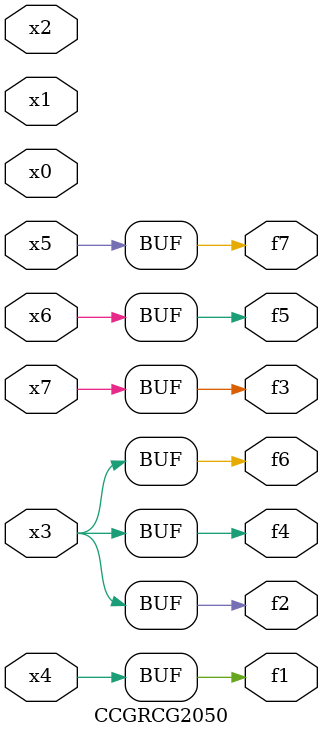
<source format=v>
module CCGRCG2050(
	input x0, x1, x2, x3, x4, x5, x6, x7,
	output f1, f2, f3, f4, f5, f6, f7
);
	assign f1 = x4;
	assign f2 = x3;
	assign f3 = x7;
	assign f4 = x3;
	assign f5 = x6;
	assign f6 = x3;
	assign f7 = x5;
endmodule

</source>
